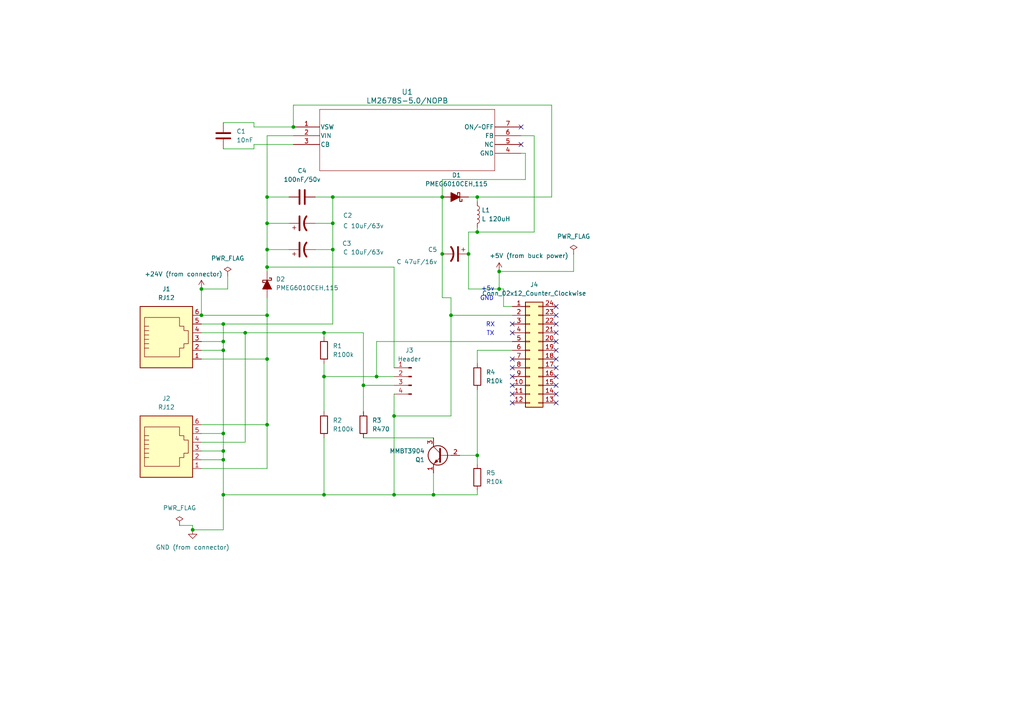
<source format=kicad_sch>
(kicad_sch (version 20250114) (generator "eeschema") (generator_version "9.0")
  (paper "A4")
  (title_block (title "Connect 10 Controller") (date "2026-02-24") (rev "11"))
  (lib_symbols
    (symbol "Connector:Conn_01x04_Pin" (pin_names (offset 1.016) (hide yes))
      (property "Reference" "J" (at 0 5.08 0))
      (property "Value" "Conn_01x04_Pin" (at 0 -7.62 0))
      (symbol "Conn_01x04_Pin_1_1"
        (rectangle (start 0.8636 2.667) (end 0 2.413) (stroke (width 0.1524)) (fill (type outline)))
        (rectangle (start 0.8636 0.127) (end 0 -0.127) (stroke (width 0.1524)) (fill (type outline)))
        (rectangle (start 0.8636 -2.413) (end 0 -2.667) (stroke (width 0.1524)) (fill (type outline)))
        (rectangle (start 0.8636 -4.953) (end 0 -5.207) (stroke (width 0.1524)) (fill (type outline)))
        (polyline (pts (xy 1.27 2.54) (xy 0.8636 2.54)) (stroke (width 0.1524)))
        (polyline (pts (xy 1.27 0) (xy 0.8636 0)) (stroke (width 0.1524)))
        (polyline (pts (xy 1.27 -2.54) (xy 0.8636 -2.54)) (stroke (width 0.1524)))
        (polyline (pts (xy 1.27 -5.08) (xy 0.8636 -5.08)) (stroke (width 0.1524)))
        (pin passive line (at 5.08 2.54 180) (length 3.81) (name "Pin_1") (number "1"))
        (pin passive line (at 5.08 0 180) (length 3.81) (name "Pin_2") (number "2"))
        (pin passive line (at 5.08 -2.54 180) (length 3.81) (name "Pin_3") (number "3"))
        (pin passive line (at 5.08 -5.08 180) (length 3.81) (name "Pin_4") (number "4"))
      )
    )
    (symbol "Connector:RJ12" (pin_names (offset 1.016))
      (property "Reference" "J" (at -5.08 11.43 0))
      (property "Value" "RJ12" (at 2.54 11.43 0))
      (symbol "RJ12_0_1"
        (polyline (pts (xy -6.35 3.175) (xy -5.08 3.175) (xy -5.08 3.175)))
        (polyline (pts (xy -6.35 1.905) (xy -5.08 1.905) (xy -5.08 1.905)))
        (polyline (pts (xy -6.35 0.635) (xy -5.08 0.635) (xy -5.08 0.635)))
        (polyline (pts (xy -6.35 -0.635) (xy -5.08 -0.635) (xy -5.08 -0.635)))
        (polyline (pts (xy -6.35 -1.905) (xy -5.08 -1.905) (xy -5.08 -1.905)))
        (polyline (pts (xy -6.35 -4.445) (xy -6.35 6.985) (xy 3.81 6.985) (xy 3.81 4.445) (xy 5.08 4.445) (xy 5.08 3.175) (xy 6.35 3.175) (xy 6.35 -0.635) (xy 5.08 -0.635) (xy 5.08 -1.905) (xy 3.81 -1.905) (xy 3.81 -4.445) (xy -6.35 -4.445) (xy -6.35 -4.445)))
        (polyline (pts (xy -5.08 4.445) (xy -6.35 4.445) (xy -6.35 4.445)))
        (rectangle (start 7.62 10.16) (end -7.62 -7.62) (stroke (width 0.254)) (fill (type background)))
      )
      (symbol "RJ12_1_1"
        (pin passive line (at 10.16 7.62 180) (length 2.54) (name "~") (number "6"))
        (pin passive line (at 10.16 5.08 180) (length 2.54) (name "~") (number "5"))
        (pin passive line (at 10.16 2.54 180) (length 2.54) (name "~") (number "4"))
        (pin passive line (at 10.16 0 180) (length 2.54) (name "~") (number "3"))
        (pin passive line (at 10.16 -2.54 180) (length 2.54) (name "~") (number "2"))
        (pin passive line (at 10.16 -5.08 180) (length 2.54) (name "~") (number "1"))
      )
    )
    (symbol "Connector_Generic:Conn_02x12_Counter_Clockwise" (pin_names (offset 1.016) (hide yes))
      (property "Reference" "J" (at 1.27 15.24 0))
      (property "Value" "Conn_02x12_Counter_Clockwise" (at 1.27 -17.78 0))
      (symbol "Conn_02x12_Counter_Clockwise_1_1"
        (rectangle (start -1.27 13.97) (end 3.81 -16.51) (stroke (width 0.254)) (fill (type background)))
        (rectangle (start -1.27 12.827) (end 0 12.573) (stroke (width 0.1524)))
        (rectangle (start -1.27 10.287) (end 0 10.033) (stroke (width 0.1524)))
        (rectangle (start -1.27 7.747) (end 0 7.493) (stroke (width 0.1524)))
        (rectangle (start -1.27 5.207) (end 0 4.953) (stroke (width 0.1524)))
        (rectangle (start -1.27 2.667) (end 0 2.413) (stroke (width 0.1524)))
        (rectangle (start -1.27 0.127) (end 0 -0.127) (stroke (width 0.1524)))
        (rectangle (start -1.27 -2.413) (end 0 -2.667) (stroke (width 0.1524)))
        (rectangle (start -1.27 -4.953) (end 0 -5.207) (stroke (width 0.1524)))
        (rectangle (start -1.27 -7.493) (end 0 -7.747) (stroke (width 0.1524)))
        (rectangle (start -1.27 -10.033) (end 0 -10.287) (stroke (width 0.1524)))
        (rectangle (start -1.27 -12.573) (end 0 -12.827) (stroke (width 0.1524)))
        (rectangle (start -1.27 -15.113) (end 0 -15.367) (stroke (width 0.1524)))
        (rectangle (start 3.81 12.827) (end 2.54 12.573) (stroke (width 0.1524)))
        (rectangle (start 3.81 10.287) (end 2.54 10.033) (stroke (width 0.1524)))
        (rectangle (start 3.81 7.747) (end 2.54 7.493) (stroke (width 0.1524)))
        (rectangle (start 3.81 5.207) (end 2.54 4.953) (stroke (width 0.1524)))
        (rectangle (start 3.81 2.667) (end 2.54 2.413) (stroke (width 0.1524)))
        (rectangle (start 3.81 0.127) (end 2.54 -0.127) (stroke (width 0.1524)))
        (rectangle (start 3.81 -2.413) (end 2.54 -2.667) (stroke (width 0.1524)))
        (rectangle (start 3.81 -4.953) (end 2.54 -5.207) (stroke (width 0.1524)))
        (rectangle (start 3.81 -7.493) (end 2.54 -7.747) (stroke (width 0.1524)))
        (rectangle (start 3.81 -10.033) (end 2.54 -10.287) (stroke (width 0.1524)))
        (rectangle (start 3.81 -12.573) (end 2.54 -12.827) (stroke (width 0.1524)))
        (rectangle (start 3.81 -15.113) (end 2.54 -15.367) (stroke (width 0.1524)))
        (pin passive line (at -5.08 12.7 0) (length 3.81) (name "Pin_1") (number "1"))
        (pin passive line (at -5.08 10.16 0) (length 3.81) (name "Pin_2") (number "2"))
        (pin passive line (at -5.08 7.62 0) (length 3.81) (name "Pin_3") (number "3"))
        (pin passive line (at -5.08 5.08 0) (length 3.81) (name "Pin_4") (number "4"))
        (pin passive line (at -5.08 2.54 0) (length 3.81) (name "Pin_5") (number "5"))
        (pin passive line (at -5.08 0 0) (length 3.81) (name "Pin_6") (number "6"))
        (pin passive line (at -5.08 -2.54 0) (length 3.81) (name "Pin_7") (number "7"))
        (pin passive line (at -5.08 -5.08 0) (length 3.81) (name "Pin_8") (number "8"))
        (pin passive line (at -5.08 -7.62 0) (length 3.81) (name "Pin_9") (number "9"))
        (pin passive line (at -5.08 -10.16 0) (length 3.81) (name "Pin_10") (number "10"))
        (pin passive line (at -5.08 -12.7 0) (length 3.81) (name "Pin_11") (number "11"))
        (pin passive line (at -5.08 -15.24 0) (length 3.81) (name "Pin_12") (number "12"))
        (pin passive line (at 7.62 12.7 180) (length 3.81) (name "Pin_24") (number "24"))
        (pin passive line (at 7.62 10.16 180) (length 3.81) (name "Pin_23") (number "23"))
        (pin passive line (at 7.62 7.62 180) (length 3.81) (name "Pin_22") (number "22"))
        (pin passive line (at 7.62 5.08 180) (length 3.81) (name "Pin_21") (number "21"))
        (pin passive line (at 7.62 2.54 180) (length 3.81) (name "Pin_20") (number "20"))
        (pin passive line (at 7.62 0 180) (length 3.81) (name "Pin_19") (number "19"))
        (pin passive line (at 7.62 -2.54 180) (length 3.81) (name "Pin_18") (number "18"))
        (pin passive line (at 7.62 -5.08 180) (length 3.81) (name "Pin_17") (number "17"))
        (pin passive line (at 7.62 -7.62 180) (length 3.81) (name "Pin_16") (number "16"))
        (pin passive line (at 7.62 -10.16 180) (length 3.81) (name "Pin_15") (number "15"))
        (pin passive line (at 7.62 -12.7 180) (length 3.81) (name "Pin_14") (number "14"))
        (pin passive line (at 7.62 -15.24 180) (length 3.81) (name "Pin_13") (number "13"))
      )
    )
    (symbol "Device:C" (pin_numbers (hide yes)) (pin_names (offset 0.254))
      (property "Reference" "C" (at 0.635 2.54 0))
      (property "Value" "C" (at 0.635 -2.54 0))
      (symbol "C_0_1"
        (polyline (pts (xy -2.032 0.762) (xy 2.032 0.762)) (stroke (width 0.508)))
        (polyline (pts (xy -2.032 -0.762) (xy 2.032 -0.762)) (stroke (width 0.508)))
      )
      (symbol "C_1_1"
        (pin passive line (at 0 3.81 270) (length 2.794) (name "~") (number "1"))
        (pin passive line (at 0 -3.81 90) (length 2.794) (name "~") (number "2"))
      )
    )
    (symbol "Device:C_Polarized_US" (pin_numbers (hide yes)) (pin_names (offset 0.254) (hide yes))
      (property "Reference" "C" (at 0.635 2.54 0))
      (property "Value" "C_Polarized_US" (at 0.635 -2.54 0))
      (symbol "C_Polarized_US_0_1"
        (polyline (pts (xy -2.032 0.762) (xy 2.032 0.762)) (stroke (width 0.508)))
        (polyline (pts (xy -1.778 2.286) (xy -0.762 2.286)))
        (polyline (pts (xy -1.27 1.778) (xy -1.27 2.794)))
        (arc (start -2.032 -1.27) (mid 0 -0.5572) (end 2.032 -1.27) (stroke (width 0.508)))
      )
      (symbol "C_Polarized_US_1_1"
        (pin passive line (at 0 3.81 270) (length 2.794) (name "~") (number "1"))
        (pin passive line (at 0 -3.81 90) (length 3.302) (name "~") (number "2"))
      )
    )
    (symbol "Device:D_Schottky_Filled" (pin_numbers (hide yes)) (pin_names (offset 1.016) (hide yes))
      (property "Reference" "D" (at 0 2.54 0))
      (property "Value" "D_Schottky_Filled" (at 0 -2.54 0))
      (symbol "D_Schottky_Filled_0_1"
        (polyline (pts (xy -1.905 0.635) (xy -1.905 1.27) (xy -1.27 1.27) (xy -1.27 -1.27) (xy -0.635 -1.27) (xy -0.635 -0.635)) (stroke (width 0.254)))
        (polyline (pts (xy 1.27 1.27) (xy 1.27 -1.27) (xy -1.27 0) (xy 1.27 1.27)) (stroke (width 0.254)) (fill (type outline)))
        (polyline (pts (xy 1.27 0) (xy -1.27 0)))
      )
      (symbol "D_Schottky_Filled_1_1"
        (pin passive line (at -3.81 0 0) (length 2.54) (name "K") (number "1"))
        (pin passive line (at 3.81 0 180) (length 2.54) (name "A") (number "2"))
      )
    )
    (symbol "Device:L" (pin_numbers (hide yes)) (pin_names (offset 1.016) (hide yes))
      (property "Reference" "L" (at -1.27 0 90))
      (property "Value" "L" (at 1.905 0 90))
      (symbol "L_0_1"
        (arc (start 0 2.54) (mid 0.6323 1.905) (end 0 1.27))
        (arc (start 0 1.27) (mid 0.6323 0.635) (end 0 0))
        (arc (start 0 0) (mid 0.6323 -0.635) (end 0 -1.27))
        (arc (start 0 -1.27) (mid 0.6323 -1.905) (end 0 -2.54))
      )
      (symbol "L_1_1"
        (pin passive line (at 0 3.81 270) (length 1.27) (name "1") (number "1"))
        (pin passive line (at 0 -3.81 90) (length 1.27) (name "2") (number "2"))
      )
    )
    (symbol "Device:R" (pin_numbers (hide yes)) (pin_names (offset 0))
      (property "Reference" "R" (at 2.032 0 90))
      (property "Value" "R" (at 0 0 90))
      (symbol "R_0_1"
        (rectangle (start -1.016 -2.54) (end 1.016 2.54) (stroke (width 0.254)))
      )
      (symbol "R_1_1"
        (pin passive line (at 0 3.81 270) (length 1.27) (name "~") (number "1"))
        (pin passive line (at 0 -3.81 90) (length 1.27) (name "~") (number "2"))
      )
    )
    (symbol "LM2678T-5-0-NOPB:LM2678T-5.0_NOPB" (pin_names (offset 0.254))
      (property "Reference" "U" (at 33.02 10.16 0))
      (property "Value" "LM2678T-5.0/NOPB" (at 33.02 7.62 0))
      (symbol "LM2678T-5.0_NOPB_0_1"
        (polyline (pts (xy 7.62 5.08) (xy 7.62 -12.7)) (stroke (width 0.127)))
        (polyline (pts (xy 7.62 -12.7) (xy 58.42 -12.7)) (stroke (width 0.127)))
        (polyline (pts (xy 58.42 5.08) (xy 7.62 5.08)) (stroke (width 0.127)))
        (polyline (pts (xy 58.42 -12.7) (xy 58.42 5.08)) (stroke (width 0.127)))
        (pin output line (at 0 0 0) (length 7.62) (name "VSW") (number "1"))
        (pin input line (at 0 -2.54 0) (length 7.62) (name "VIN") (number "2"))
        (pin passive line (at 0 -5.08 0) (length 7.62) (name "CB") (number "3"))
        (pin passive line (at 66.04 0 180) (length 7.62) (name "ON/~OFF") (number "7"))
        (pin passive line (at 66.04 -2.54 180) (length 7.62) (name "FB") (number "6"))
        (pin passive line (at 66.04 -5.08 180) (length 7.62) (name "NC") (number "5"))
        (pin passive line (at 66.04 -7.62 180) (length 7.62) (name "GND") (number "4"))
      )
    )
    (symbol "Transistor_BJT:2N3904" (pin_names (offset 0) (hide yes))
      (property "Reference" "Q" (at 5.08 1.905 0))
      (property "Value" "2N3904" (at 5.08 0 0))
      (symbol "2N3904_0_1"
        (polyline (pts (xy -2.54 0) (xy 0.635 0)))
        (polyline (pts (xy 0.635 1.905) (xy 0.635 -1.905)) (stroke (width 0.508)))
        (circle (center 1.27 0) (radius 2.8194) (stroke (width 0.254)))
      )
      (symbol "2N3904_1_1"
        (polyline (pts (xy 0.635 0.635) (xy 2.54 2.54)))
        (polyline (pts (xy 0.635 -0.635) (xy 2.54 -2.54)))
        (polyline (pts (xy 1.27 -1.778) (xy 1.778 -1.27) (xy 2.286 -2.286) (xy 1.27 -1.778)) (fill (type outline)))
        (pin input line (at -5.08 0 0) (length 2.54) (name "B") (number "2"))
        (pin passive line (at 2.54 5.08 270) (length 2.54) (name "C") (number "3"))
        (pin passive line (at 2.54 -5.08 90) (length 2.54) (name "E") (number "1"))
      )
    )
    (symbol "power:+24V" (power) (pin_numbers (hide yes)) (pin_names (offset 0) (hide yes))
      (property "Value" "+24V" (at 0 3.556 0))
      (symbol "+24V_0_1"
        (polyline (pts (xy -0.762 1.27) (xy 0 2.54)))
        (polyline (pts (xy 0 2.54) (xy 0.762 1.27)))
        (polyline (pts (xy 0 0) (xy 0 2.54)))
      )
      (symbol "+24V_1_1"
        (pin power_in line (at 0 0 90) (length 0) (name "~") (number "1"))
      )
    )
    (symbol "power:+5V" (power) (pin_numbers (hide yes)) (pin_names (offset 0) (hide yes))
      (property "Value" "+5V" (at 0 3.556 0))
      (symbol "+5V_0_1"
        (polyline (pts (xy -0.762 1.27) (xy 0 2.54)))
        (polyline (pts (xy 0 2.54) (xy 0.762 1.27)))
        (polyline (pts (xy 0 0) (xy 0 2.54)))
      )
      (symbol "+5V_1_1"
        (pin power_in line (at 0 0 90) (length 0) (name "~") (number "1"))
      )
    )
    (symbol "power:GND" (power) (pin_numbers (hide yes)) (pin_names (offset 0) (hide yes))
      (property "Value" "GND" (at 0 -3.81 0))
      (symbol "GND_0_1"
        (polyline (pts (xy 0 0) (xy 0 -1.27) (xy 1.27 -1.27) (xy 0 -2.54) (xy -1.27 -1.27) (xy 0 -1.27)))
      )
      (symbol "GND_1_1"
        (pin power_in line (at 0 0 270) (length 0) (name "~") (number "1"))
      )
    )
    (symbol "power:PWR_FLAG" (power) (pin_numbers (hide yes)) (pin_names (offset 0) (hide yes))
      (property "Value" "PWR_FLAG" (at 0 3.81 0))
      (symbol "PWR_FLAG_0_0"
        (pin power_out line (at 0 0 90) (length 0) (name "~") (number "1"))
      )
      (symbol "PWR_FLAG_0_1"
        (polyline (pts (xy 0 0) (xy 0 1.27) (xy -1.016 1.905) (xy 0 2.54) (xy 1.016 1.905) (xy 0 1.27)))
      )
    )
  )
  (text "+5v" (at 141.478 83.82 0) (effects (font (size 1.27 1.27))))
  (text "GND" (at 141.224 86.614 0) (effects (font (size 1.27 1.27))))
  (text "TX" (at 142.24 96.774 0) (effects (font (size 1.27 1.27))))
  (text "RX" (at 142.24 94.234 0) (effects (font (size 1.27 1.27))))
  (junction (at 71.12 96.52))
  (junction (at 138.43 57.15))
  (junction (at 64.77 125.73))
  (junction (at 77.47 57.15))
  (junction (at 77.47 64.77))
  (junction (at 109.22 109.22))
  (junction (at 138.43 132.08))
  (junction (at 128.27 57.15))
  (junction (at 96.52 64.77))
  (junction (at 77.47 104.14))
  (junction (at 85.09 36.83))
  (junction (at 64.77 93.98))
  (junction (at 77.47 123.19))
  (junction (at 96.52 72.39))
  (junction (at 135.89 73.66))
  (junction (at 144.78 83.82))
  (junction (at 64.77 130.81))
  (junction (at 64.77 143.51))
  (junction (at 114.3 143.51))
  (junction (at 58.42 83.82))
  (junction (at 55.88 153.67))
  (junction (at 96.52 57.15))
  (junction (at 138.43 67.31))
  (junction (at 128.27 73.66))
  (junction (at 130.81 91.44))
  (junction (at 77.47 77.47))
  (junction (at 93.98 96.52))
  (junction (at 58.42 91.44))
  (junction (at 144.78 78.74))
  (junction (at 93.98 143.51))
  (junction (at 77.47 72.39))
  (junction (at 64.77 133.35))
  (junction (at 64.77 101.6))
  (junction (at 77.47 91.44))
  (junction (at 114.3 120.65))
  (junction (at 93.98 109.22))
  (junction (at 125.73 143.51))
  (junction (at 105.41 111.76))
  (junction (at 64.77 99.06))
  (no_connect (at 161.29 101.6))
  (no_connect (at 148.59 104.14))
  (no_connect (at 161.29 111.76))
  (no_connect (at 151.13 36.83))
  (no_connect (at 148.59 96.52))
  (no_connect (at 148.59 106.68))
  (no_connect (at 161.29 116.84))
  (no_connect (at 161.29 88.9))
  (no_connect (at 148.59 93.98))
  (no_connect (at 161.29 93.98))
  (no_connect (at 161.29 114.3))
  (no_connect (at 151.13 41.91))
  (no_connect (at 161.29 99.06))
  (no_connect (at 161.29 109.22))
  (no_connect (at 161.29 104.14))
  (no_connect (at 148.59 111.76))
  (no_connect (at 161.29 96.52))
  (no_connect (at 161.29 106.68))
  (no_connect (at 161.29 91.44))
  (no_connect (at 148.59 114.3))
  (no_connect (at 148.59 109.22))
  (no_connect (at 148.59 116.84))
  (wire (pts (xy 146.05 88.9) (xy 146.05 83.82)))
  (wire (pts (xy 93.98 109.22) (xy 93.98 119.38)))
  (wire (pts (xy 114.3 120.65) (xy 130.81 120.65)))
  (wire (pts (xy 125.73 143.51) (xy 114.3 143.51)))
  (wire (pts (xy 77.47 91.44) (xy 77.47 104.14)))
  (wire (pts (xy 58.42 96.52) (xy 71.12 96.52)))
  (wire (pts (xy 96.52 72.39) (xy 96.52 93.98)))
  (wire (pts (xy 138.43 67.31) (xy 138.43 66.04)))
  (wire (pts (xy 138.43 58.42) (xy 138.43 57.15)))
  (wire (pts (xy 114.3 120.65) (xy 114.3 143.51)))
  (wire (pts (xy 130.81 120.65) (xy 130.81 91.44)))
  (wire (pts (xy 109.22 109.22) (xy 109.22 99.06)))
  (wire (pts (xy 73.66 35.56) (xy 73.66 36.83)))
  (wire (pts (xy 64.77 125.73) (xy 64.77 130.81)))
  (wire (pts (xy 77.47 64.77) (xy 83.82 64.77)))
  (wire (pts (xy 77.47 64.77) (xy 77.47 72.39)))
  (wire (pts (xy 77.47 57.15) (xy 77.47 64.77)))
  (wire (pts (xy 73.66 36.83) (xy 85.09 36.83)))
  (wire (pts (xy 154.94 67.31) (xy 138.43 67.31)))
  (wire (pts (xy 135.89 67.31) (xy 135.89 73.66)))
  (wire (pts (xy 114.3 77.47) (xy 114.3 106.68)))
  (wire (pts (xy 166.37 73.66) (xy 166.37 78.74)))
  (wire (pts (xy 64.77 143.51) (xy 64.77 153.67)))
  (wire (pts (xy 93.98 127) (xy 93.98 143.51)))
  (wire (pts (xy 105.41 119.38) (xy 105.41 111.76)))
  (wire (pts (xy 135.89 73.66) (xy 135.89 83.82)))
  (wire (pts (xy 128.27 52.07) (xy 128.27 57.15)))
  (wire (pts (xy 66.04 80.01) (xy 66.04 83.82)))
  (wire (pts (xy 71.12 96.52) (xy 93.98 96.52)))
  (wire (pts (xy 138.43 57.15) (xy 160.02 57.15)))
  (wire (pts (xy 64.77 99.06) (xy 64.77 101.6)))
  (wire (pts (xy 77.47 86.36) (xy 77.47 91.44)))
  (wire (pts (xy 128.27 73.66) (xy 128.27 86.36)))
  (wire (pts (xy 58.42 133.35) (xy 64.77 133.35)))
  (wire (pts (xy 138.43 132.08) (xy 138.43 134.62)))
  (wire (pts (xy 128.27 52.07) (xy 152.4 52.07)))
  (wire (pts (xy 83.82 57.15) (xy 77.47 57.15)))
  (wire (pts (xy 138.43 142.24) (xy 138.43 143.51)))
  (wire (pts (xy 105.41 111.76) (xy 114.3 111.76)))
  (wire (pts (xy 151.13 39.37) (xy 154.94 39.37)))
  (wire (pts (xy 64.77 101.6) (xy 64.77 125.73)))
  (wire (pts (xy 77.47 39.37) (xy 77.47 57.15)))
  (wire (pts (xy 160.02 30.48) (xy 160.02 57.15)))
  (wire (pts (xy 93.98 96.52) (xy 93.98 97.79)))
  (wire (pts (xy 66.04 83.82) (xy 58.42 83.82)))
  (wire (pts (xy 93.98 143.51) (xy 114.3 143.51)))
  (wire (pts (xy 58.42 125.73) (xy 64.77 125.73)))
  (wire (pts (xy 152.4 44.45) (xy 152.4 52.07)))
  (wire (pts (xy 130.81 86.36) (xy 128.27 86.36)))
  (wire (pts (xy 77.47 72.39) (xy 83.82 72.39)))
  (wire (pts (xy 85.09 41.91) (xy 73.66 41.91)))
  (wire (pts (xy 154.94 39.37) (xy 154.94 67.31)))
  (wire (pts (xy 58.42 128.27) (xy 71.12 128.27)))
  (wire (pts (xy 146.05 83.82) (xy 144.78 83.82)))
  (wire (pts (xy 52.07 152.4) (xy 55.88 152.4)))
  (wire (pts (xy 105.41 111.76) (xy 105.41 96.52)))
  (wire (pts (xy 96.52 57.15) (xy 128.27 57.15)))
  (wire (pts (xy 105.41 96.52) (xy 93.98 96.52)))
  (wire (pts (xy 93.98 109.22) (xy 109.22 109.22)))
  (wire (pts (xy 58.42 123.19) (xy 77.47 123.19)))
  (wire (pts (xy 71.12 128.27) (xy 71.12 96.52)))
  (wire (pts (xy 91.44 72.39) (xy 96.52 72.39)))
  (wire (pts (xy 85.09 30.48) (xy 160.02 30.48)))
  (wire (pts (xy 58.42 93.98) (xy 64.77 93.98)))
  (wire (pts (xy 91.44 57.15) (xy 96.52 57.15)))
  (wire (pts (xy 64.77 35.56) (xy 73.66 35.56)))
  (wire (pts (xy 91.44 64.77) (xy 96.52 64.77)))
  (wire (pts (xy 148.59 101.6) (xy 138.43 101.6)))
  (wire (pts (xy 77.47 123.19) (xy 77.47 135.89)))
  (wire (pts (xy 77.47 72.39) (xy 77.47 77.47)))
  (wire (pts (xy 64.77 93.98) (xy 96.52 93.98)))
  (wire (pts (xy 93.98 105.41) (xy 93.98 109.22)))
  (wire (pts (xy 135.89 83.82) (xy 144.78 83.82)))
  (wire (pts (xy 152.4 44.45) (xy 151.13 44.45)))
  (wire (pts (xy 135.89 67.31) (xy 138.43 67.31)))
  (wire (pts (xy 138.43 101.6) (xy 138.43 105.41)))
  (wire (pts (xy 64.77 93.98) (xy 64.77 99.06)))
  (wire (pts (xy 125.73 137.16) (xy 125.73 143.51)))
  (wire (pts (xy 93.98 143.51) (xy 64.77 143.51)))
  (wire (pts (xy 109.22 99.06) (xy 148.59 99.06)))
  (wire (pts (xy 130.81 91.44) (xy 130.81 86.36)))
  (wire (pts (xy 125.73 143.51) (xy 138.43 143.51)))
  (wire (pts (xy 114.3 114.3) (xy 114.3 120.65)))
  (wire (pts (xy 166.37 78.74) (xy 144.78 78.74)))
  (wire (pts (xy 77.47 77.47) (xy 77.47 78.74)))
  (wire (pts (xy 130.81 91.44) (xy 148.59 91.44)))
  (wire (pts (xy 73.66 43.18) (xy 64.77 43.18)))
  (wire (pts (xy 125.73 127) (xy 105.41 127)))
  (wire (pts (xy 73.66 41.91) (xy 73.66 43.18)))
  (wire (pts (xy 64.77 130.81) (xy 64.77 133.35)))
  (wire (pts (xy 114.3 77.47) (xy 77.47 77.47)))
  (wire (pts (xy 58.42 130.81) (xy 64.77 130.81)))
  (wire (pts (xy 77.47 104.14) (xy 77.47 123.19)))
  (wire (pts (xy 109.22 109.22) (xy 114.3 109.22)))
  (wire (pts (xy 85.09 36.83) (xy 85.09 30.48)))
  (wire (pts (xy 58.42 99.06) (xy 64.77 99.06)))
  (wire (pts (xy 138.43 57.15) (xy 135.89 57.15)))
  (wire (pts (xy 144.78 78.74) (xy 144.78 83.82)))
  (wire (pts (xy 58.42 104.14) (xy 77.47 104.14)))
  (wire (pts (xy 133.35 132.08) (xy 138.43 132.08)))
  (wire (pts (xy 96.52 72.39) (xy 96.52 64.77)))
  (wire (pts (xy 138.43 113.03) (xy 138.43 132.08)))
  (wire (pts (xy 96.52 64.77) (xy 96.52 57.15)))
  (wire (pts (xy 58.42 101.6) (xy 64.77 101.6)))
  (wire (pts (xy 55.88 153.67) (xy 64.77 153.67)))
  (wire (pts (xy 55.88 152.4) (xy 55.88 153.67)))
  (wire (pts (xy 128.27 57.15) (xy 128.27 73.66)))
  (wire (pts (xy 148.59 88.9) (xy 146.05 88.9)))
  (wire (pts (xy 58.42 83.82) (xy 58.42 91.44)))
  (wire (pts (xy 77.47 39.37) (xy 85.09 39.37)))
  (wire (pts (xy 58.42 135.89) (xy 77.47 135.89)))
  (wire (pts (xy 64.77 133.35) (xy 64.77 143.51)))
  (wire (pts (xy 58.42 91.44) (xy 77.47 91.44)))
  (symbol (lib_id "Device:D_Schottky_Filled") (at 132.08 57.15 180) (unit 1)
    (property "Reference" "D1" (at 132.3975 50.8 0))
    (property "Value" "PMEG6010CEH,115" (at 132.3975 53.34 0))
    (property "Footprint" "Diode_SMD:D_SOD-123F" (effects (hide yes)))
    (property "Description" "Schottky diode, filled shape" (effects (hide yes)))
    (property "MPN" "PMEG6010CEH,115" (effects (hide yes)))
    (property "Manufacturer" "Nexperia" (effects (hide yes)))
  )
  (symbol (lib_id "Device:R") (at 93.98 123.19 0) (unit 1)
    (property "Reference" "R2" (at 96.52 121.9199 0) (effects (justify left)))
    (property "Value" "R100k" (at 96.52 124.4599 0) (effects (justify left)))
    (property "Footprint" "Resistor_SMD:R_0603_1608Metric" (effects (hide yes)))
    (property "Description" "Resistor" (effects (hide yes)))
    (property "MPN" "RC0603FR-07100KL" (effects (hide yes)))
    (property "Manufacturer" "YAGEO" (effects (hide yes)))
  )
  (symbol (lib_id "power:+24V") (at 58.42 83.82 0) (unit 1)
    (property "Reference" "#PWR02" (effects (hide yes)))
    (property "Value" "+24V (from connector)" (at 41.91 79.502 0) (effects (justify left)))
    (property "Description" "Power symbol creates a global label with name \"+24V\"" (effects (hide yes)))
  )
  (symbol (lib_id "Device:L") (at 138.43 62.23 0) (unit 1)
    (property "Reference" "L1" (at 139.7 60.9599 0) (effects (justify left)))
    (property "Value" "L 120uH" (at 139.7 63.4999 0) (effects (justify left)))
    (property "Footprint" "Inductor_SMD:L_10.4x10.4_H4.8" (effects (hide yes)))
    (property "Description" "Inductor" (effects (hide yes)))
    (property "MPN" "NPI105C121MTRF or SRR1050A-121Y" (effects (hide yes)))
    (property "Manufacturer" "NIC Components or Bournes Inc." (effects (hide yes)))
  )
  (symbol (lib_id "Device:C_Polarized_US") (at 87.63 64.77 90) (unit 1)
    (property "Reference" "C2" (at 100.838 62.484 90))
    (property "Value" "C 10uF/63v" (at 105.41 65.532 90))
    (property "Footprint" "Capacitor_SMD:C_1210_3225Metric" (effects (hide yes)))
    (property "Description" "Polarized capacitor, US symbol" (effects (hide yes)))
    (property "MPN" "GRM32ER71J106KA12L" (effects (hide yes)))
    (property "Manufacturer" "MuRata" (effects (hide yes)))
  )
  (symbol (lib_id "Transistor_BJT:2N3904") (at 128.27 132.08 0) (mirror y) (unit 1)
    (property "Reference" "Q1" (at 123.19 133.3501 0) (effects (justify left)))
    (property "Value" "MMBT3904" (at 123.19 130.8101 0) (effects (justify left)))
    (property "Footprint" "Package_TO_SOT_SMD:SOT-23" (effects (hide yes)))
    (property "Manufacturer" "Guangdong Hottech" (effects (hide yes)))
    (property "MPN" "MMBT3904" (effects (hide yes)))
  )
  (symbol (lib_id "LM2678T-5-0-NOPB:LM2678T-5.0_NOPB") (at 85.09 36.83 0) (unit 1)
    (property "Reference" "U1" (at 118.11 26.67 0) (effects (font (size 1.524 1.524))))
    (property "Value" "LM2678S-5.0/NOPB" (at 118.11 29.21 0) (effects (font (size 1.524 1.524))))
    (property "Footprint" "Package_TO_SOT_SMD:TO-263-7_TabPin4" (effects (hide yes)))
    (property "Datasheet" "https://www.ti.com/lit/gpn/lm2678" (effects (hide yes)))
    (property "MPN" "LM2678S-5.0/NOPB" (effects (hide yes)))
    (property "Manufacturer" "Texas Instruments" (effects (hide yes)))
  )
  (symbol (lib_id "Device:R") (at 93.98 101.6 0) (unit 1)
    (property "Reference" "R1" (at 96.52 100.3299 0) (effects (justify left)))
    (property "Value" "R100k" (at 96.52 102.8699 0) (effects (justify left)))
    (property "Footprint" "Resistor_SMD:R_0603_1608Metric" (effects (hide yes)))
    (property "Description" "Resistor" (effects (hide yes)))
    (property "MPN" "RC0603FR-07100KL" (effects (hide yes)))
    (property "Manufacturer" "YAGEO" (effects (hide yes)))
  )
  (symbol (lib_id "power:PWR_FLAG") (at 166.37 73.66 0) (unit 1)
    (property "Reference" "#FLG02" (effects (hide yes)))
    (property "Value" "PWR_FLAG" (at 166.37 68.58 0))
    (property "Description" "Special symbol for telling ERC where power comes from" (effects (hide yes)))
  )
  (symbol (lib_id "power:+5V") (at 144.78 78.74 0) (unit 1)
    (property "Reference" "#PWR01" (effects (hide yes)))
    (property "Value" "+5V (from buck power)" (at 153.416 74.168 0))
    (property "Description" "Power symbol creates a global label with name \"+5V\"" (effects (hide yes)))
  )
  (symbol (lib_id "Device:C") (at 64.77 39.37 0) (unit 1)
    (property "Reference" "C1" (at 68.58 38.0999 0) (effects (justify left)))
    (property "Value" "10nF" (at 68.58 40.6399 0) (effects (justify left)))
    (property "Footprint" "Capacitor_SMD:C_0805_2012Metric" (effects (hide yes)))
    (property "Description" "Unpolarized capacitor" (effects (hide yes)))
    (property "MPN" "C2012C0G1H103K060AA" (effects (hide yes)))
    (property "Manufacturer" "TDK" (effects (hide yes)))
  )
  (symbol (lib_id "Connector_Generic:Conn_02x12_Counter_Clockwise") (at 153.67 101.6 0) (unit 1)
    (property "Reference" "J4" (at 154.94 82.55 0))
    (property "Value" "Conn_02x12_Counter_Clockwise" (at 154.94 85.09 0))
    (property "Footprint" "Package_DIP:DIP-24_18.0mmx34.29mm_W15.24mm_Socket" (effects (hide yes)))
    (property "Description" "Generic connector, double row, 02x12, counter clockwise pin numbering scheme (similar to DIP package numbering), script generated (kicad-library-utils/schlib/autogen/connector/)" (effects (hide yes)))
    (property "Manufacturer" "Amphenol ICC (FCI)" (effects (hide yes)))
    (property "MPN" "DILB24P-223TLF" (effects (hide yes)))
  )
  (symbol (lib_id "Connector:Conn_01x04_Pin") (at 119.38 109.22 0) (mirror y) (unit 1)
    (property "Reference" "J3" (at 118.745 101.6 0))
    (property "Value" "Header" (at 118.745 104.14 0))
    (property "Footprint" "Connector_PinHeader_2.54mm:PinHeader_1x04_P2.54mm_Vertical" (effects (hide yes)))
    (property "Description" "Generic connector, single row, 01x04, script generated" (effects (hide yes)))
    (property "Manufacturer" "XFCN" (effects (hide yes)))
    (property "MPN" "PZ254V-11-04P" (effects (hide yes)))
  )
  (symbol (lib_id "Device:R") (at 138.43 109.22 0) (unit 1)
    (property "Reference" "R4" (at 140.97 107.9499 0) (effects (justify left)))
    (property "Value" "R10k" (at 140.97 110.4899 0) (effects (justify left)))
    (property "Footprint" "Resistor_SMD:R_0603_1608Metric" (effects (hide yes)))
    (property "Description" "Resistor" (effects (hide yes)))
    (property "MPN" "RC0603FR-0710KL" (effects (hide yes)))
    (property "Manufacturer" "YAGEO" (effects (hide yes)))
  )
  (symbol (lib_id "Connector:RJ12") (at 48.26 130.81 0) (unit 1)
    (property "Reference" "J2" (at 48.26 115.57 0))
    (property "Value" "RJ12" (at 48.26 118.11 0))
    (property "Footprint" "Connector_RJ:RJ25_RJ12_5324_mini" (effects (hide yes)))
    (property "Datasheet" "https://www.aliexpress.com/i/1005008617248283.html" (effects (hide yes)))
    (property "Description" "RJ connector, 6P6C (6 positions 6 connected)" (effects (hide yes)))
  )
  (symbol (lib_id "Device:C_Polarized_US") (at 132.08 73.66 270) (unit 1)
    (property "Reference" "C5" (at 125.476 72.39 90))
    (property "Value" "C 47uF/16v" (at 120.904 75.946 90))
    (property "Footprint" "Capacitor_SMD:C_1210_3225Metric" (effects (hide yes)))
    (property "Description" "Polarized capacitor, US symbol" (effects (hide yes)))
    (property "MPN" "GRM32ER61C476KE15L" (effects (hide yes)))
    (property "Manufacturer" "MuRata" (effects (hide yes)))
  )
  (symbol (lib_id "Device:R") (at 138.43 138.43 180) (unit 1)
    (property "Reference" "R5" (at 140.97 137.1599 0) (effects (justify right)))
    (property "Value" "R10k" (at 140.97 139.6999 0) (effects (justify right)))
    (property "Footprint" "Resistor_SMD:R_0603_1608Metric" (effects (hide yes)))
    (property "Description" "Resistor" (effects (hide yes)))
    (property "MPN" "RC0603FR-0710KL" (effects (hide yes)))
    (property "Manufacturer" "YAGEO" (effects (hide yes)))
  )
  (symbol (lib_id "power:PWR_FLAG") (at 66.04 80.01 0) (unit 1)
    (property "Reference" "#FLG01" (effects (hide yes)))
    (property "Value" "PWR_FLAG" (at 66.04 74.93 0))
    (property "Description" "Special symbol for telling ERC where power comes from" (effects (hide yes)))
  )
  (symbol (lib_id "Device:D_Schottky_Filled") (at 77.47 82.55 270) (unit 1)
    (property "Reference" "D2" (at 80.01 80.9624 90) (effects (justify left)))
    (property "Value" "PMEG6010CEH,115" (at 80.01 83.5024 90) (effects (justify left)))
    (property "Footprint" "Diode_SMD:D_SOD-123F" (effects (hide yes)))
    (property "Description" "Schottky diode, filled shape" (effects (hide yes)))
    (property "MPN" "PMEG6010CEH,115" (effects (hide yes)))
    (property "Manufacturer" "Nexperia" (effects (hide yes)))
  )
  (symbol (lib_id "Device:C") (at 87.63 57.15 90) (unit 1)
    (property "Reference" "C4" (at 87.63 49.53 90))
    (property "Value" "100nF/50v" (at 87.63 52.07 90))
    (property "Footprint" "Capacitor_SMD:C_0805_2012Metric" (effects (hide yes)))
    (property "Description" "Unpolarized capacitor" (effects (hide yes)))
    (property "MPN" "C0805C104M5RACTU" (effects (hide yes)))
    (property "Manufacturer" "Kemet" (effects (hide yes)))
  )
  (symbol (lib_id "Device:R") (at 105.41 123.19 0) (unit 1)
    (property "Reference" "R3" (at 107.95 121.9199 0) (effects (justify left)))
    (property "Value" "R470" (at 107.95 124.4599 0) (effects (justify left)))
    (property "Footprint" "Resistor_SMD:R_0603_1608Metric" (effects (hide yes)))
    (property "Description" "Resistor" (effects (hide yes)))
    (property "MPN" "RC0603FR-07470RL" (effects (hide yes)))
    (property "Manufacturer" "YAGEO" (effects (hide yes)))
  )
  (symbol (lib_id "power:GND") (at 55.88 153.67 0) (unit 1)
    (property "Reference" "#PWR03" (effects (hide yes)))
    (property "Value" "GND (from connector)" (at 55.88 158.75 0))
    (property "Description" "Power symbol creates a global label with name \"GND\" , ground" (effects (hide yes)))
  )
  (symbol (lib_id "power:PWR_FLAG") (at 52.07 152.4 0) (unit 1)
    (property "Reference" "#FLG03" (effects (hide yes)))
    (property "Value" "PWR_FLAG" (at 52.07 147.32 0))
    (property "Description" "Special symbol for telling ERC where power comes from" (effects (hide yes)))
  )
  (symbol (lib_id "Device:C_Polarized_US") (at 87.63 72.39 90) (unit 1)
    (property "Reference" "C3" (at 100.584 70.612 90))
    (property "Value" "C 10uF/63v" (at 105.41 73.152 90))
    (property "Footprint" "Capacitor_SMD:C_1210_3225Metric" (effects (hide yes)))
    (property "Description" "Polarized capacitor, US symbol" (effects (hide yes)))
    (property "MPN" "GRM32ER71J106KA12L" (effects (hide yes)))
    (property "Manufacturer" "MuRata" (effects (hide yes)))
  )
  (symbol (lib_id "Connector:RJ12") (at 48.26 99.06 0) (unit 1)
    (property "Reference" "J1" (at 48.26 83.82 0))
    (property "Value" "RJ12" (at 48.26 86.36 0))
    (property "Footprint" "Connector_RJ:RJ25_RJ12_5324_mini" (effects (hide yes)))
    (property "Datasheet" "https://www.aliexpress.com/i/1005008617248283.html" (effects (hide yes)))
    (property "Description" "RJ connector, 6P6C (6 positions 6 connected)" (effects (hide yes)))
  )
)
</source>
